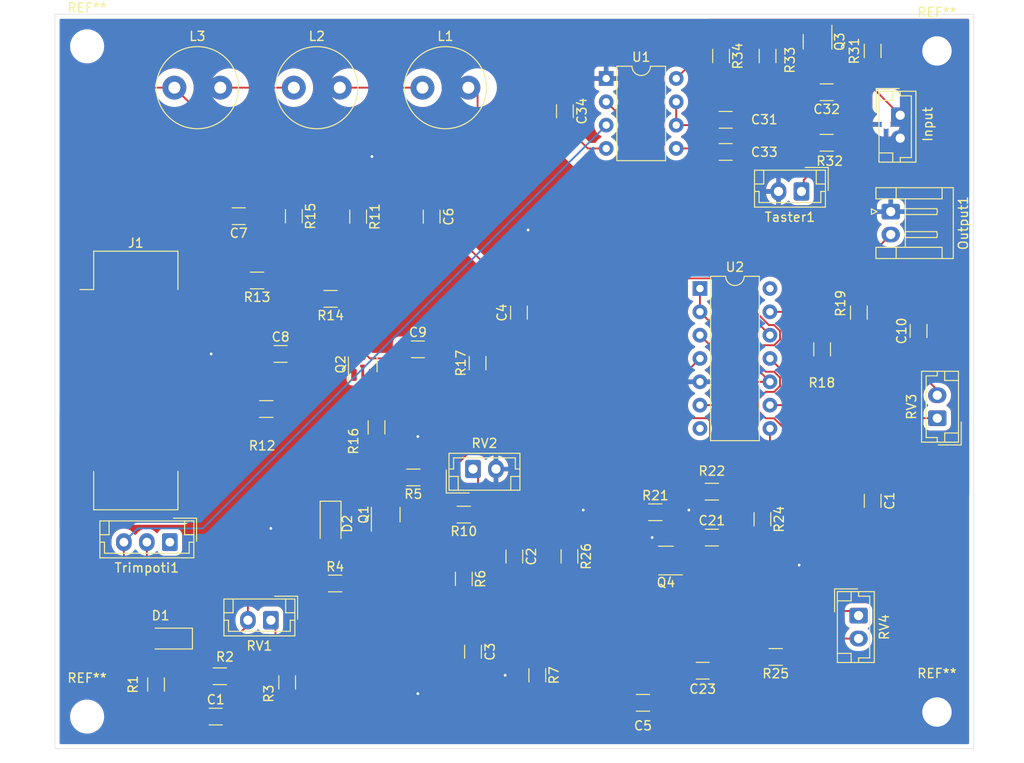
<source format=kicad_pcb>
(kicad_pcb (version 20221018) (generator pcbnew)
  (layers (0 "F.Cu" signal) (31 "B.Cu" signal) (34 "B.Paste" user) (35 "F.Paste" user) (36 "B.SilkS" user "B.Silkscreen") (37 "F.SilkS" user "F.Silkscreen") (38 "B.Mask" user) (39 "F.Mask" user) (44 "Edge.Cuts" user))
  (net 0 "")
  (net 1 "GND")
  (net 2 "Net-(D1-K)")
  (net 3 "Net-(D2-A)")
  (net 4 "Net-(U1-TR)")
  (net 5 "Net-(Q1-C)")
  (net 6 "+12V")
  (net 7 "+5V")
  (net 8 "Net-(U1-CV)")
  (net 9 "Net-(U1-DIS)")
  (net 10 "Net-(+/C15-Pad1)")
  (net 11 "Net-(C2-Pad1)")
  (net 12 "Net-(C3-Pad2)")
  (net 13 "Net-(C7-Pad2)")
  (net 14 "Net-(C16-Pad1)")
  (net 15 "Net-(C8-Pad1)")
  (net 16 "Net-(Q2-C)")
  (net 17 "Net-(D2-K)")
  (net 18 "-12V")
  (net 23 "Net-(MicrontrollerInput1-Pin_1)")
  (net 24 "Net-(Output1-Pin_2)")
  (net 25 "Net-(Q2-B)")
  (net 26 "Net-(+/R29-Pad1)")
  (net 27 "Net-(Q1-E)")
  (net 28 "Net-(C10-Pad1)")
  (net 29 "Net-(Q4-E)")
  (net 30 "Net-(U2A-+)")
  (net 31 "Net-(U2B--)")
  (net 32 "Net-(U2A--)")
  (net 33 "Net-(U2D-+)")
  (net 34 "Net-(U2D--)")
  (net 35 "Net-(U2C--)")
  (net 36 "Net-(C23-Pad1)")
  (net 37 "Net-(Q3-C)")
  (net 38 "Net-(D1-A)")
  (net 39 "Net-(L1-Pad1)")
  (net 40 "Net-(L2-Pad1)")
  (net 41 "Net-(Q2-E)")
  (net 42 "Net-(Q3-B)")
  (net 43 "Net-(R2-Pad2)")
  (net 44 "Net-(R3-Pad2)")
  (net 45 "Net-(R10-Pad1)")
  (net 46 "Net-(R25-Pad1)")
  (footprint "Connector_IDC:IDC-Header_2x08_P2.54mm_Vertical_SMD" (layer "F.Cu") (at 108.8 74.89)
    (fp_text reference "J1")
    (fp_text value "Conn_02x08_Odd_Even")
  )
  (footprint "Capacitor_SMD:C_1206_3216Metric_Pad1.33x1.80mm_HandSolder" (layer "F.Cu") (at 171.5 92)
    (fp_text reference "C21")
    (fp_text value "1u")
  )
  (footprint "Resistor_SMD:R_1206_3216Metric_Pad1.30x1.75mm_HandSolder" (layer "F.Cu") (at 117.94375 107.10625)
    (fp_text reference "R2")
    (fp_text value "1000k")
  )
  (footprint "Resistor_SMD:R_1206_3216Metric_Pad1.30x1.75mm_HandSolder" (layer "F.Cu") (at 139 85.45 180)
    (fp_text reference "R5")
    (fp_text value "470k")
  )
  (footprint "Resistor_SMD:R_1206_3216Metric_Pad1.30x1.75mm_HandSolder" (layer "F.Cu") (at 144.5 96.5 -90)
    (fp_text reference "R6")
    (fp_text value "470k")
  )
  (footprint "Capacitor_SMD:C_1206_3216Metric_Pad1.33x1.80mm_HandSolder" (layer "F.Cu") (at 184 43.5 180)
    (fp_text reference "C32")
    (fp_text value "10n")
  )
  (footprint "Capacitor_SMD:C_1206_3216Metric_Pad1.33x1.80mm_HandSolder" (layer "F.Cu") (at 173 46.5 180)
    (fp_text reference "C31")
    (fp_text value "100n")
  )
  (footprint "Resistor_SMD:R_1206_3216Metric_Pad1.30x1.75mm_HandSolder" (layer "F.Cu") (at 177.5625 39.55 -90)
    (fp_text reference "R33")
    (fp_text value "220")
  )
  (footprint "Connector_JST:JST_EH_B2B-EH-A_1x02_P2.50mm_Vertical" (layer "F.Cu") (at 123.5 101 180)
    (fp_text reference "RV1")
    (fp_text value "10k")
  )
  (footprint "Resistor_SMD:R_1206_3216Metric_Pad1.30x1.75mm_HandSolder" (layer "F.Cu") (at 133 57.05 -90)
    (fp_text reference "R11")
    (fp_text value "1.5k")
  )
  (footprint "MountingHole:MountingHole_3.2mm_M3" (layer "F.Cu") (at 103.5 111.5)
    (fp_text reference "REF**")
    (fp_text value "MountingHole_3.2mm_M3")
  )
  (footprint "Capacitor_SMD:C_1206_3216Metric_Pad1.33x1.80mm_HandSolder" (layer "F.Cu") (at 173 50 180)
    (fp_text reference "C33")
    (fp_text value "10u")
  )
  (footprint "Diode_SMD:D_1206_3216Metric_Pad1.42x1.75mm_HandSolder" (layer "F.Cu") (at 112.5 103 180)
    (fp_text reference "D1")
    (fp_text value "D")
  )
  (footprint "Diode_SMD:D_1206_3216Metric_Pad1.42x1.75mm_HandSolder" (layer "F.Cu") (at 130 90.5 -90)
    (fp_text reference "D2")
    (fp_text value "D2")
  )
  (footprint "Resistor_SMD:R_1206_3216Metric_Pad1.30x1.75mm_HandSolder" (layer "F.Cu") (at 187.5 67.5 90)
    (fp_text reference "R19")
    (fp_text value "1k")
  )
  (footprint "Resistor_SMD:R_1206_3216Metric_Pad1.30x1.75mm_HandSolder" (layer "F.Cu") (at 130.5 97)
    (fp_text reference "R4")
    (fp_text value "1000k")
  )
  (footprint "Connector_JST:JST_EH_B2B-EH-A_1x02_P2.50mm_Vertical" (layer "F.Cu") (at 192 46 -90)
    (fp_text reference "Input")
    (fp_text value "Conn_01x02_Pin")
  )
  (footprint "Resistor_SMD:R_1206_3216Metric_Pad1.30x1.75mm_HandSolder" (layer "F.Cu") (at 184 49)
    (fp_text reference "R32")
    (fp_text value "47k")
  )
  (footprint "Resistor_SMD:R_1206_3216Metric_Pad1.30x1.75mm_HandSolder" (layer "F.Cu") (at 171.5 87 180)
    (fp_text reference "R22")
    (fp_text value "100k")
  )
  (footprint "Connector_JST:JST_EH_S2B-EH_1x02_P2.50mm_Horizontal" (layer "F.Cu") (at 190.9675 56.5 -90)
    (fp_text reference "Output1")
    (fp_text value "Conn_01x02_Pin")
  )
  (footprint "Package_TO_SOT_SMD:SOT-23-3" (layer "F.Cu") (at 183 38 -90)
    (fp_text reference "Q3")
    (fp_text value "Q_NPN_BEC")
  )
  (footprint "Capacitor_SMD:C_1206_3216Metric_Pad1.33x1.80mm_HandSolder" (layer "F.Cu") (at 139.5 71.5)
    (fp_text reference "C9")
    (fp_text value "1u")
  )
  (footprint "Package_TO_SOT_SMD:SOT-23-3" (layer "F.Cu") (at 136 89.5 90)
    (fp_text reference "Q1")
    (fp_text value "Q_NPN_BEC")
  )
  (footprint "Connector_JST:JST_EH_B2B-EH-A_1x02_P2.50mm_Vertical" (layer "F.Cu") (at 145.5 84.5325)
    (fp_text reference "RV2")
    (fp_text value "10k")
  )
  (footprint "MountingHole:MountingHole_3.2mm_M3" (layer "F.Cu") (at 103.5 38.5)
    (fp_text reference "REF**")
    (fp_text value "MountingHole_3.2mm_M3")
  )
  (footprint "Resistor_SMD:R_1206_3216Metric_Pad1.30x1.75mm_HandSolder" (layer "F.Cu") (at 164 110)
    (fp_text reference "C5")
    (fp_text value "1000k")
  )
  (footprint "Resistor_SMD:R_1206_3216Metric_Pad1.30x1.75mm_HandSolder" (layer "F.Cu") (at 178.45 105 180)
    (fp_text reference "R25")
    (fp_text value "100k")
  )
  (footprint "Resistor_SMD:R_1206_3216Metric_Pad1.30x1.75mm_HandSolder" (layer "F.Cu") (at 125.275 107.775 90)
    (fp_text reference "R3")
    (fp_text value "1000k")
  )
  (footprint "Resistor_SMD:R_1206_3216Metric_Pad1.30x1.75mm_HandSolder" (layer "F.Cu") (at 172.5 39.55 -90)
    (fp_text reference "R34")
    (fp_text value "10k")
  )
  (footprint "Package_TO_SOT_SMD:SOT-23-3" (layer "F.Cu") (at 166.5 94.5 180)
    (fp_text reference "Q4")
    (fp_text value "Q_NPN_BEC")
  )
  (footprint "Inductor_THT:L_Radial_D8.7mm_P5.00mm_Fastron_07HCP" (layer "F.Cu") (at 113 43)
    (fp_text reference "L3")
    (fp_text value "100m")
  )
  (footprint "Connector_JST:JST_EH_B2B-EH-A_1x02_P2.50mm_Vertical" (layer "F.Cu") (at 196.0325 79 90)
    (fp_text reference "RV3")
    (fp_text value "50k")
  )
  (footprint "Connector_JST:JST_EH_B3B-EH-A_1x03_P2.50mm_Vertical" (layer "F.Cu") (at 112.5 92.5 180)
    (fp_text reference "Trimpoti1")
    (fp_text value "10k")
  )
  (footprint "Capacitor_SMD:C_1206_3216Metric_Pad1.33x1.80mm_HandSolder" (layer "F.Cu") (at 150 94.0625 -90)
    (fp_text reference "C2")
    (fp_text value "10n")
  )
  (footprint "Connector_JST:JST_EH_B2B-EH-A_1x02_P2.50mm_Vertical" (layer "F.Cu") (at 181.25 54.3 180)
    (fp_text reference "Taster1")
    (fp_text value "Conn_01x02_Pin")
  )
  (footprint "Resistor_SMD:R_1206_3216Metric_Pad1.30x1.75mm_HandSolder" (layer "F.Cu") (at 135 80 90)
    (fp_text reference "R16")
    (fp_text value "3k")
  )
  (footprint "Package_TO_SOT_SMD:SOT-23-3" (layer "F.Cu") (at 133.5 73.1375 90)
    (fp_text reference "Q2")
    (fp_text value "Q_NPN_BEC")
  )
  (footprint "Connector_JST:JST_EH_B2B-EH-A_1x02_P2.50mm_Vertical" (layer "F.Cu") (at 187.4675 100.5 -90)
    (fp_text reference "RV4")
    (fp_text value "10k")
  )
  (footprint "Capacitor_SMD:C_1206_3216Metric_Pad1.33x1.80mm_HandSolder" (layer "F.Cu") (at 189 88 -90)
    (fp_text reference "C1")
    (fp_text value "C")
  )
  (footprint "Package_DIP:DIP-14_W7.62mm" (layer "F.Cu") (at 170.2 64.875)
    (fp_text reference "U2")
    (fp_text value "TL074")
  )
  (footprint "Resistor_SMD:R_1206_3216Metric_Pad1.30x1.75mm_HandSolder" (layer "F.Cu") (at 189 39 90)
    (fp_text reference "R31")
    (fp_text value "10k")
  )
  (footprint "Resistor_SMD:R_1206_3216Metric_Pad1.30x1.75mm_HandSolder" (layer "F.Cu") (at 183.5 71.5 90)
    (fp_text reference "R18")
    (fp_text value "1k")
  )
  (footprint "MountingHole:MountingHole_3.2mm_M3" (layer "F.Cu") (at 196 111)
    (fp_text reference "REF**")
    (fp_text value "MountingHole_3.2mm_M3")
  )
  (footprint "Capacitor_SMD:C_1206_3216Metric_Pad1.33x1.80mm_HandSolder" (layer "F.Cu") (at 117.5 111.5)
    (fp_text reference "C1")
    (fp_text value "56n")
  )
  (footprint "Resistor_SMD:R_1206_3216Metric_Pad1.30x1.75mm_HandSolder" (layer "F.Cu") (at 123 78 180)
    (fp_text reference "R12")
    (fp_text value "3k")
  )
  (footprint "Capacitor_SMD:C_1206_3216Metric_Pad1.33x1.80mm_HandSolder" (layer "F.Cu") (at 150.5 67.5 90)
    (fp_text reference "C4")
    (fp_text value "10n")
  )
  (footprint "Resistor_SMD:R_1206_3216Metric_Pad1.30x1.75mm_HandSolder" (layer "F.Cu") (at 130 66 180)
    (fp_text reference "R14")
    (fp_text value "1000k")
  )
  (footprint "Resistor_SMD:R_1206_3216Metric_Pad1.30x1.75mm_HandSolder" (layer "F.Cu") (at 122 64 180)
    (fp_text reference "R13")
    (fp_text value "1000k")
  )
  (footprint "Capacitor_SMD:C_1206_3216Metric_Pad1.33x1.80mm_HandSolder" (layer "F.Cu") (at 124.5625 72)
    (fp_text reference "C8")
    (fp_text value "1u")
  )
  (footprint "Capacitor_SMD:C_1206_3216Metric_Pad1.33x1.80mm_HandSolder" (layer "F.Cu") (at 145.5 104.4375 -90)
    (fp_text reference "C3")
    (fp_text value "1n")
  )
  (footprint "Resistor_SMD:R_1206_3216Metric_Pad1.30x1.75mm_HandSolder" (layer "F.Cu") (at 177 90 -90)
    (fp_text reference "R24")
    (fp_text value "1k")
  )
  (footprint "Capacitor_SMD:C_1206_3216Metric_Pad1.33x1.80mm_HandSolder" (layer "F.Cu") (at 170.5 106.5 180)
    (fp_text reference "C23")
    (fp_text value "1u")
  )
  (footprint "Resistor_SMD:R_1206_3216Metric_Pad1.30x1.75mm_HandSolder" (layer "F.Cu") (at 126 57 -90)
    (fp_text reference "R15")
    (fp_text value "1.5k")
  )
  (footprint "Package_DIP:DIP-8_W7.62mm" (layer "F.Cu") (at 160 42)
    (fp_text reference "U1")
    (fp_text value "NE555P")
  )
  (footprint "Capacitor_SMD:C_1206_3216Metric_Pad1.33x1.80mm_HandSolder" (layer "F.Cu") (at 194 69.5 90)
    (fp_text reference "C10")
    (fp_text value "1u")
  )
  (footprint "Capacitor_SMD:C_1206_3216Metric_Pad1.33x1.80mm_HandSolder" (layer "F.Cu") (at 120 57 180)
    (fp_text reference "C7")
    (fp_text value "1u")
  )
  (footprint "Resistor_SMD:R_1206_3216Metric_Pad1.30x1.75mm_HandSolder" (layer "F.Cu") (at 111 108 -90)
    (fp_text reference "R1")
    (fp_text value "10k")
  )
  (footprint "Resistor_SMD:R_1206_3216Metric_Pad1.30x1.75mm_HandSolder" (layer "F.Cu") (at 156 94.05 -90)
    (fp_text reference "R26")
    (fp_text value "1k")
  )
  (footprint "Inductor_THT:L_Radial_D8.7mm_P5.00mm_Fastron_07HCP" (layer "F.Cu") (at 140 43)
    (fp_text reference "L1")
    (fp_text value "100m")
  )
  (footprint "Capacitor_SMD:C_1206_3216Metric_Pad1.33x1.80mm_HandSolder" (layer "F.Cu") (at 155.5 45.5625 -90)
    (fp_text reference "C34")
    (fp_text value "100n")
  )
  (footprint "Inductor_THT:L_Radial_D8.7mm_P5.00mm_Fastron_07HCP" (layer "F.Cu") (at 126 43)
    (fp_text reference "L2")
    (fp_text value "100m")
  )
  (footprint "Resistor_SMD:R_1206_3216Metric_Pad1.30x1.75mm_HandSolder" (layer "F.Cu") (at 152.5 107 -90)
    (fp_text reference "R7")
    (fp_text value "1000k")
  )
  (footprint "Resistor_SMD:R_1206_3216Metric_Pad1.30x1.75mm_HandSolder" (layer "F.Cu") (at 144.5 89.5 180)
    (fp_text reference "R10")
    (fp_text value "100")
  )
  (footprint "Resistor_SMD:R_1206_3216Metric_Pad1.30x1.75mm_HandSolder" (layer "F.Cu") (at 146 73 90)
    (fp_text reference "R17")
    (fp_text value "3k")
  )
  (footprint "Capacitor_SMD:C_1206_3216Metric_Pad1.33x1.80mm_HandSolder" (layer "F.Cu") (at 141 57.05 -90)
    (fp_text reference "C6")
    (fp_text value "1n")
  )
  (footprint "MountingHole:MountingHole_3.2mm_M3" (layer "F.Cu") (at 196 39)
    (fp_text reference "REF**")
    (fp_text value "MountingHole_3.2mm_M3")
  )
  (footprint "Resistor_SMD:R_1206_3216Metric_Pad1.30x1.75mm_HandSolder" (layer "F.Cu") (at 165.345 89.245)
    (fp_text reference "R21")
    (fp_text value "100k")
  )
  (gr_rect (start 100 35) (end 200 115) (stroke (width 0.05)) (fill none) (layer "Edge.Cuts"))
  (gr_text "Trigger" (at 162.5 55.5) (layer "F.Cu") (effects (font (size 1.5 1.5) (thickness 0.3) bold) (justify left bottom)))
  (gr_text "Noise\n" (at 175 98) (layer "F.Cu") (effects (font (size 1.5 1.5) (thickness 0.3) bold) (justify left bottom)))
  (via (at 123.5 91) (size 0.6) (drill 0.3) (layers "F.Cu" "B.Cu") (net 1))
  (via (at 117 72) (size 0.6) (drill 0.3) (layers "F.Cu" "B.Cu") (net 1))
  (via (at 157.5 89) (size 0.6) (drill 0.3) (layers "F.Cu" "B.Cu") (net 1))
  (via (at 181 95) (size 0.6) (drill 0.3) (layers "F.Cu" "B.Cu") (net 1))
  (via (at 165 92) (size 0.6) (drill 0.3) (layers "F.Cu" "B.Cu") (net 1))
  (via (at 169 89) (size 0.6) (drill 0.3) (layers "F.Cu" "B.Cu") (net 1))
  (via (at 139.5 109) (size 0.6) (drill 0.3) (layers "F.Cu" "B.Cu") (net 1))
  (via (at 151.5 58.5) (size 0.6) (drill 0.3) (layers "F.Cu" "B.Cu") (net 1))
  (via (at 149 107) (size 0.6) (drill 0.3) (layers "F.Cu" "B.Cu") (net 1))
  (via (at 134.5 50.5) (size 0.6) (drill 0.3) (layers "F.Cu" "B.Cu") (net 1))
  (via (at 139.5 81) (size 0.6) (drill 0.3) (layers "F.Cu" "B.Cu") (net 1))
  (segment (start 113.9875 105.4875) (end 115.60625 107.10625) (width 0.2) (layer "F.Cu") (net 2))
  (segment (start 110 99.0125) (end 110 92.5) (width 0.2) (layer "F.Cu") (net 2))
  (segment (start 115.60625 107.10625) (end 116.39375 107.10625) (width 0.2) (layer "F.Cu") (net 2))
  (segment (start 113.9875 103) (end 113.9875 105.4875) (width 0.2) (layer "F.Cu") (net 2))
  (segment (start 113.9875 103) (end 110 99.0125) (width 0.2) (layer "F.Cu") (net 2))
  (segment (start 116.39375 107.10625) (end 115.60625 107.89375) (width 0.2) (layer "F.Cu") (net 2))
  (segment (start 115.60625 107.89375) (end 115.60625 111.38125) (width 0.2) (layer "F.Cu") (net 2))
  (segment (start 133.05 98) (end 132.05 97) (width 0.2) (layer "F.Cu") (net 3))
  (segment (start 147.875 95.625) (end 147 96.5) (width 0.2) (layer "F.Cu") (net 3))
  (segment (start 150 95.625) (end 147.875 95.625) (width 0.2) (layer "F.Cu") (net 3))
  (segment (start 147 96.5) (end 139.565686 96.5) (width 0.2) (layer "F.Cu") (net 3))
  (segment (start 132.05 97) (end 132.05 94.0375) (width 0.2) (layer "F.Cu") (net 3))
  (segment (start 138 98) (end 133.05 98) (width 0.2) (layer "F.Cu") (net 3))
  (segment (start 139.15 96.85) (end 138 98) (width 0.2) (layer "F.Cu") (net 3))
  (segment (start 139.215686 96.85) (end 139.15 96.85) (width 0.2) (layer "F.Cu") (net 3))
  (segment (start 132.05 94.0375) (end 130 91.9875) (width 0.2) (layer "F.Cu") (net 3))
  (segment (start 139.565686 96.5) (end 139.215686 96.85) (width 0.2) (layer "F.Cu") (net 3))
  (segment (start 182.45 49) (end 182.45 43.5125) (width 0.2) (layer "F.Cu") (net 4))
  (segment (start 182.4375 43.5) (end 179.9625 43.5) (width 0.2) (layer "F.Cu") (net 4))
  (segment (start 160 44.54) (end 167.46 52) (width 0.2) (layer "F.Cu") (net 4))
  (segment (start 182.45 43.5125) (end 182.4375 43.5) (width 0.2) (layer "F.Cu") (net 4))
  (segment (start 167.46 52) (end 179.45 52) (width 0.2) (layer "F.Cu") (net 4))
  (segment (start 179.45 52) (end 182.45 49) (width 0.2) (layer "F.Cu") (net 4))
  (segment (start 179.9625 43.5) (end 177.5625 41.1) (width 0.2) (layer "F.Cu") (net 4))
  (segment (start 143.175 58.6125) (end 150.5 65.9375) (width 0.2) (layer "F.Cu") (net 5))
  (segment (start 141 58.6125) (end 140.9875 58.6) (width 0.2) (layer "F.Cu") (net 5))
  (segment (start 148 67.5) (end 149.5625 65.9375) (width 0.2) (layer "F.Cu") (net 5))
  (segment (start 141 58.6125) (end 143.175 58.6125) (width 0.2) (layer "F.Cu") (net 5))
  (segment (start 129.5 57) (end 121.5625 57) (width 0.2) (layer "F.Cu") (net 5))
  (segment (start 149.5625 65.9375) (end 150.5 65.9375) (width 0.2) (layer "F.Cu") (net 5))
  (segment (start 139.984314 85.45) (end 137.071814 88.3625) (width 0.2) (layer "F.Cu") (net 5))
  (segment (start 140.9875 58.6) (end 133 58.6) (width 0.2) (layer "F.Cu") (net 5))
  (segment (start 146 53.6125) (end 146 43) (width 0.2) (layer "F.Cu") (net 5))
  (segment (start 140.55 85.45) (end 148 78) (width 0.2) (layer "F.Cu") (net 5))
  (segment (start 140.55 85.45) (end 139.984314 85.45) (width 0.2) (layer "F.Cu") (net 5))
  (segment (start 148 78) (end 148 67.5) (width 0.2) (layer "F.Cu") (net 5))
  (segment (start 131.1 58.6) (end 129.5 57) (width 0.2) (layer "F.Cu") (net 5))
  (segment (start 133 58.6) (end 131.1 58.6) (width 0.2) (layer "F.Cu") (net 5))
  (segment (start 141 58.6125) (end 146 53.6125) (width 0.2) (layer "F.Cu") (net 5))
  (segment (start 137.071814 88.3625) (end 136 88.3625) (width 0.2) (layer "F.Cu") (net 5))
  (segment (start 182.487869 88.922183) (end 186.577817 88.922183) (width 0.2) (layer "F.Cu") (net 6))
  (segment (start 177.364365 76.135) (end 176.5 76.999365) (width 0.2) (layer "F.Cu") (net 6))
  (segment (start 176.445 71.055) (end 176.445 73.015635) (width 0.2) (layer "F.Cu") (net 6))
  (segment (start 178.275635 79.015) (end 182.15 82.889365) (width 0.2) (layer "F.Cu") (net 6))
  (segment (start 171 79) (end 169 79) (width 0.2) (layer "F.Cu") (net 6))
  (segment (start 182.15 82.889365) (end 182.15 88.584314) (width 0.2) (layer "F.Cu") (net 6))
  (segment (start 141 55.4875) (end 143 53.4875) (width 0.2) (layer "F.Cu") (net 6))
  (segment (start 149 39.5) (end 150 40.5) (width 0.2) (layer "F.Cu") (net 6))
  (segment (start 144.5 39.5) (end 149 39.5) (width 0.2) (layer "F.Cu") (net 6))
  (segment (start 176.5 78.150635) (end 177.364365 79.015) (width 0.2) (layer "F.Cu") (net 6))
  (segment (start 105 76.16) (end 102.16 76.16) (width 0.2) (layer "F.Cu") (net 6))
  (segment (start 133 55.5) (end 126.05 55.5) (width 0.2) (layer "F.Cu") (net 6))
  (segment (start 178.92 70.410635) (end 178.275635 71.055) (width 0.2) (layer "F.Cu") (net 6))
  (segment (start 186.577817 88.922183) (end 187.5 88) (width 0.2) (layer "F.Cu") (net 6))
  (segment (start 168.312994 57.812994) (end 176 65.5) (width 0.2) (layer "F.Cu") (net 6))
  (segment (start 178.92 69.499365) (end 178.92 70.410635) (width 0.2) (layer "F.Cu") (net 6))
  (segment (start 176 65.5) (end 176 67.150635) (width 0.2) (layer "F.Cu") (net 6))
  (segment (start 182.15 88.584314) (end 182.487869 88.922183) (width 0.2) (layer "F.Cu") (net 6))
  (segment (start 150 52.5) (end 155.312994 57.812994) (width 0.2) (layer "F.Cu") (net 6))
  (segment (start 177.704365 68.855) (end 178.275635 68.855) (width 0.2) (layer "F.Cu") (net 6))
  (segment (start 143 41) (end 144.5 39.5) (width 0.2) (layer "F.Cu") (net 6))
  (segment (start 163.795 89.245) (end 171.3 81.74) (width 0.2) (layer "F.Cu") (net 6))
  (segment (start 126.05 55.5) (end 126 55.45) (width 0.2) (layer "F.Cu") (net 6))
  (segment (start 133.0125 55.4875) (end 133 55.5) (width 0.2) (layer "F.Cu") (net 6))
  (segment (start 170 103.5) (end 163 96.5) (width 0.2) (layer "F.Cu") (net 6))
  (segment (start 190 103.5) (end 188.5 105) (width 0.2) (layer "F.Cu") (net 6))
  (segment (start 178.5 103.597183) (end 178.402817 103.5) (width 0.2) (layer "F.Cu") (net 6))
  (segment (start 155.312994 57.812994) (end 168.312994 57.812994) (width 0.2) (layer "F.Cu") (net 6))
  (segment (start 191 88.5) (end 191 101.218846) (width 0.2) (layer "F.Cu") (net 6))
  (segment (start 113 43) (end 106 43) (width 0.2) (layer "F.Cu") (net 6))
  (segment (start 125.45 55.45) (end 113 43) (width 0.2) (layer "F.Cu") (net 6))
  (segment (start 171.3 81.74) (end 171.3 79.3) (width 0.2) (layer "F.Cu") (net 6))
  (segment (start 101.5 75.5) (end 101.5 47.5) (width 0.2) (layer "F.Cu") (net 6))
  (segment (start 169 79) (end 168 78) (width 0.2) (layer "F.Cu") (net 6))
  (segment (start 182.5 105) (end 180.5 107) (width 0.2) (layer "F.Cu") (net 6))
  (segment (start 168 74.695) (end 170.2 72.495) (width 0.2) (layer "F.Cu") (net 6))
  (segment (start 163 96.5) (end 163 90.04) (width 0.2) (layer "F.Cu") (net 6))
  (segment (start 177.364365 73.935) (end 178.275635 73.935) (width 0.2) (layer "F.Cu") (net 6))
  (segment (start 178.402817 103.5) (end 170 103.5) (width 0.2) (layer "F.Cu") (net 6))
  (segment (start 177.364365 79.015) (end 178.275635 79.015) (width 0.2) (layer "F.Cu") (net 6))
  (segment (start 180.5 107) (end 179.5 107) (width 0.2) (layer "F.Cu") (net 6))
  (segment (start 112.6 76.16) (end 105 76.16) (width 0.2) (layer "F.Cu") (net 6))
  (segment (start 143 53.4875) (end 143 41) (width 0.2) (layer "F.Cu") (net 6))
  (segment (start 176.5 76.999365) (end 176.5 78.150635) (width 0.2) (layer "F.Cu") (net 6))
  (segment (start 102.16 76.16) (end 101.5 75.5) (width 0.2) (layer "F.Cu") (net 6))
  (segment (start 187.5 88) (end 190.5 88) (width 0.2) (layer "F.Cu") (net 6))
  (segment (start 176.445 73.015635) (end 177.364365 73.935) (width 0.2) (layer "F.Cu") (net 6))
  (segment (start 179.5 107) (end 178.5 106) (width 0.2) (layer "F.Cu") (net 6))
  (segment (start 178.275635 68.855) (end 178.92 69.499365) (width 0.2) (layer "F.Cu") (net 6))
  (segment (start 168 78) (end 168 74.695) (width 0.2) (layer "F.Cu") (net 6))
  (segment (start 191 101.218846) (end 190 102.218846) (width 0.2) (layer "F.Cu") (net 6))
  (segment (start 178.92 75.490635) (end 178.275635 76.135) (width 0.2) (layer "F.Cu") (net 6))
  (segment (start 190.5 88) (end 191 88.5) (width 0.2) (layer "F.Cu") (net 6))
  (segment (start 190 102.218846) (end 190 103.5) (width 0.2) (layer "F.Cu") (net 6))
  (segment (start 188.5 105) (end 182.5 105) (width 0.2) (layer "F.Cu") (net 6))
  (segment (start 178.5 106) (end 178.5 103.597183) (width 0.2) (layer "F.Cu") (net 6))
  (segment (start 178.92 74.579365) (end 178.92 75.490635) (width 0.2) (layer "F.Cu") (net 6))
  (segment (start 163 90.04) (end 163.795 89.245) (width 0.2) (layer "F.Cu") (net 6))
  (segment (start 178.275635 76.135) (end 177.364365 76.135) (width 0.2) (layer "F.Cu") (net 6))
  (segment (start 141 55.4875) (end 133.0125 55.4875) (width 0.2) (layer "F.Cu") (net 6))
  (segment (start 150 40.5) (end 150 52.5) (width 0.2) (layer "F.Cu") (net 6))
  (segment (start 176 67.150635) (end 177.704365 68.855) (width 0.2) (layer "F.Cu") (net 6))
  (segment (start 171.3 79.3) (end 171 79) (width 0.2) (layer "F.Cu") (net 6))
  (segment (start 126 55.45) (end 125.45 55.45) (width 0.2) (layer "F.Cu") (net 6))
  (segment (start 101.5 47.5) (end 106 43) (width 0.2) (layer "F.Cu") (net 6))
  (segment (start 178.275635 71.055) (end 176.445 71.055) (width 0.2) (layer "F.Cu") (net 6))
  (segment (start 178.275635 73.935) (end 178.92 74.579365) (width 0.2) (layer "F.Cu") (net 6))
  (segment (start 172.5 38) (end 171.62 38) (width 0.2) (layer "F.Cu") (net 7))
  (segment (start 152 43.625) (end 152 36) (width 0.2) (layer "F.Cu") (net 7))
  (segment (start 101 78) (end 101 46.5) (width 0.2) (layer "F.Cu") (net 7))
  (segment (start 171.62 38) (end 167.62 42) (width 0.2) (layer "F.Cu") (net 7))
  (segment (start 155.5 47.125) (end 152 43.625) (width 0.2) (layer "F.Cu") (net 7))
  (segment (start 105 78.7) (end 112.6 78.7) (width 0.2) (layer "F.Cu") (net 7))
  (segment (start 160 49.62) (end 157.995 49.62) (width 0.2) (layer "F.Cu") (net 7))
  (segment (start 152 36) (end 170.5 36) (width 0.2) (layer "F.Cu") (net 7))
  (segment (start 157.995 49.62) (end 155.5 47.125) (width 0.2) (layer "F.Cu") (net 7))
  (segment (start 101 46.5) (end 111.5 36) (width 0.2) (layer "F.Cu") (net 7))
  (segment (start 111.5 36) (end 152 36) (width 0.2) (layer "F.Cu") (net 7))
  (segment (start 101.7 78.7) (end 101 78) (width 0.2) (layer "F.Cu") (net 7))
  (segment (start 105 78.7) (end 101.7 78.7) (width 0.2) (layer "F.Cu") (net 7))
  (segment (start 177.5625 38) (end 172.5 38) (width 0.2) (layer "F.Cu") (net 7))
  (segment (start 172.5 38) (end 170.5 36) (width 0.2) (layer "F.Cu") (net 7))
  (segment (start 171.4375 50) (end 171.0575 49.62) (width 0.2) (layer "F.Cu") (net 8))
  (segment (start 171.0575 49.62) (end 167.62 49.62) (width 0.2) (layer "F.Cu") (net 8))
  (segment (start 172.5 45.4375) (end 171.4375 46.5) (width 0.2) (layer "F.Cu") (net 9))
  (segment (start 170.8575 47.08) (end 167.62 47.08) (width 0.2) (layer "F.Cu") (net 9))
  (segment (start 167.62 47.08) (end 167.62 44.54) (width 0.2) (layer "F.Cu") (net 9))
  (segment (start 171.4375 46.5) (end 170.8575 47.08) (width 0.2) (layer "F.Cu") (net 9))
  (segment (start 172.5 41.55) (end 172.5 45.4375) (width 0.2) (layer "F.Cu") (net 9))
  (segment (start 136 99.55) (end 141.1125 99.55) (width 0.2) (layer "F.Cu") (net 11))
  (segment (start 163.5 113.5) (end 130 113.5) (width 0.2) (layer "F.Cu") (net 11))
  (segment (start 150.5 69.0625) (end 151.0625 69.0625) (width 0.2) (layer "F.Cu") (net 11))
  (segment (start 134.45 99.55) (end 136 99.55) (width 0.2) (layer "F.Cu") (net 11))
  (segment (start 151.0625 69.0625) (end 154 72) (width 0.2) (layer "F.Cu") (net 11))
  (segment (start 164 106.5) (end 164 113) (width 0.2) (layer "F.Cu") (net 11))
  (segment (start 168.9375 106.5) (end 164.9375 106.5) (width 0.2) (layer "F.Cu") (net 11))
  (segment (start 154 90.5) (end 156 92.5) (width 0.2) (layer "F.Cu") (net 11))
  (segment (start 145.0625 102.4375) (end 145.5 102.875) (width 0.2) (layer "F.Cu") (net 11))
  (segment (start 164.9375 106.5) (end 164 106.5) (width 0.2) (layer "F.Cu") (net 11))
  (segment (start 156 92.5) (end 150 92.5) (width 0.2) (layer "F.Cu") (net 11))
  (segment (start 130 113.5) (end 130 104) (width 0.2) (layer "F.Cu") (net 11))
  (segment (start 150 92.5) (end 164 106.5) (width 0.2) (layer "F.Cu") (net 11))
  (segment (start 141.1125 99.55) (end 144 102.4375) (width 0.2) (layer "F.Cu") (net 11))
  (segment (start 144 102.4375) (end 145.0625 102.4375) (width 0.2) (layer "F.Cu") (net 11))
  (segment (start 154 72) (end 154 90.5) (width 0.2) (layer "F.Cu") (net 11))
  (segment (start 130 104) (end 134.45 99.55) (width 0.2) (layer "F.Cu") (net 11))
  (segment (start 164 113) (end 163.5 113.5) (width 0.2) (layer "F.Cu") (net 11))
  (segment (start 162.45 110) (end 162.45 109.4) (width 0.2) (layer "F.Cu") (net 12))
  (segment (start 152.5 105.45) (end 145.1 98.05) (width 0.2) (layer "F.Cu") (net 12))
  (segment (start 145.5 106) (end 151.95 106) (width 0.2) (layer "F.Cu") (net 12))
  (segment (start 145.1 98.05) (end 144.5 98.05) (width 0.2) (layer "F.Cu") (net 12))
  (segment (start 158.5 105.45) (end 152.5 105.45) (width 0.2) (layer "F.Cu") (net 12))
  (segment (start 162.45 109.4) (end 158.5 105.45) (width 0.2) (layer "F.Cu") (net 12))
  (segment (start 151.95 106) (end 152.5 105.45) (width 0.2) (layer "F.Cu") (net 12))
  (segment (start 120.45 77) (end 121.45 78) (width 0.2) (layer "F.Cu") (net 13))
  (segment (start 120.45 64) (end 120.45 77) (width 0.2) (layer "F.Cu") (net 13))
  (segment (start 118.4375 57) (end 118.4375 61.9875) (width 0.2) (layer "F.Cu") (net 13))
  (segment (start 118.4375 61.9875) (end 120.45 64) (width 0.2) (layer "F.Cu") (net 13))
  (segment (start 123.55 71.45) (end 123 72) (width 0.2) (layer "F.Cu") (net 15))
  (segment (start 123.55 64) (end 123.55 71.45) (width 0.2) (layer "F.Cu") (net 15))
  (segment (start 131.55 66) (end 131.55 69.7625) (width 0.2) (layer "F.Cu") (net 16))
  (segment (start 136.95 72.4875) (end 137.9375 71.5) (width 0.2) (layer "F.Cu") (net 16))
  (segment (start 131.55 69.7625) (end 134.275 72.4875) (width 0.2) (layer "F.Cu") (net 16))
  (segment (start 131.55 66) (end 131.55 64.1) (width 0.2) (layer "F.Cu") (net 16))
  (segment (start 134.275 72.4875) (end 136.95 72.4875) (width 0.2) (layer "F.Cu") (net 16))
  (segment (start 131.55 64.1) (end 126 58.55) (width 0.2) (layer "F.Cu") (net 16))
  (segment (start 130.9875 90) (end 130 89.0125) (width 0.2) (layer "F.Cu") (net 17))
  (segment (start 136 96.45) (end 134.3625 94.8125) (width 0.2) (layer "F.Cu") (net 17))
  (segment (start 135.05 90.6375) (end 134.725 90.6375) (width 0.2) (layer "F.Cu") (net 17))
  (segment (start 136 96.45) (end 139.05 96.45) (width 0.2) (layer "F.Cu") (net 17))
  (segment (start 144.45 95) (end 144.5 94.95) (width 0.2) (layer "F.Cu") (net 17))
  (segment (start 134.3625 88.5375) (end 137.45 85.45) (width 0.2) (layer "F.Cu") (net 17))
  (segment (start 134.725 90.6375) (end 134.3625 91) (width 0.2) (layer "F.Cu") (net 17))
  (segment (start 134.3625 94.8125) (end 134.3625 91) (width 0.2) (layer "F.Cu") (net 17))
  (segment (start 134.3625 90) (end 134.3625 88.5375) (width 0.2) (layer "F.Cu") (net 17))
  (segment (start 139.05 96.45) (end 140.5 95) (width 0.2) (layer "F.Cu") (net 17))
  (segment (start 140.5 95) (end 144.45 95) (width 0.2) (layer "F.Cu") (net 17))
  (segment (start 134.3625 91) (end 134.3625 90) (width 0.2) (layer "F.Cu") (net 17))
  (segment (start 134.3625 90) (end 130.9875 90) (width 0.2) (layer "F.Cu") (net 17))
  (segment (start 186 76.5) (end 187.5 76.5) (width 0.2) (layer "F.Cu") (net 18))
  (segment (start 101 91.5) (end 102.5 90) (width 0.2) (layer "F.Cu") (net 18))
  (segment (start 107 109) (end 103.5 105.5) (width 0.2) (layer "F.Cu") (net 18))
  (segment (start 199 88) (end 199 100) (width 0.2) (layer "F.Cu") (net 18))
  (segment (start 103.5 105.5) (end 101 105.5) (width 0.2) (layer "F.Cu") (net 18))
  (segment (start 119 70) (end 115 66) (width 0.2) (layer "F.Cu") (net 18))
  (segment (start 102.5 90) (end 114 90) (width 0.2) (layer "F.Cu") (net 18))
  (segment (start 199 100) (end 185 114) (width 0.2) (layer "F.Cu") (net 18))
  (segment (start 105 66) (end 112.6 66) (width 0.2) (layer "F.Cu") (net 18))
  (segment (start 101 105.5) (end 101 91.5) (width 0.2) (layer "F.Cu") (net 18))
  (segment (start 115 66) (end 112.6 66) (width 0.2) (layer "F.Cu") (net 18))
  (segment (start 177.82 72.495) (end 181.325 76) (width 0.2) (layer "F.Cu") (net 18))
  (segment (start 181.325 76) (end 185.5 76) (width 0.2) (layer "F.Cu") (net 18))
  (segment (start 114 90) (end 119 85) (width 0.2) (layer "F.Cu") (net 18))
  (segment (start 185.5 76) (end 186 76.5) (width 0.2) (layer "F.Cu") (net 18))
  (segment (start 119 85) (end 119 70) (width 0.2) (layer "F.Cu") (net 18))
  (segment (start 187.5 76.5) (end 199 88) (width 0.2) (layer "F.Cu") (net 18))
  (segment (start 107.5 114) (end 107.5 109) (width 0.2) (layer "F.Cu") (net 18))
  (segment (start 107.5 109) (end 107 109) (width 0.2) (layer "F.Cu") (net 18))
  (segment (start 185 114) (end 107.5 114) (width 0.2) (layer "F.Cu") (net 18))
  (segment (start 189 40.55) (end 189 43) (width 0.2) (layer "F.Cu") (net 23))
  (segment (start 189 43) (end 192 46) (width 0.2) (layer "F.Cu") (net 23))
  (segment (start 189 60.9675) (end 189 64) (width 0.2) (layer "F.Cu") (net 24))
  (segment (start 190.9675 59) (end 189 60.9675) (width 0.2) (layer "F.Cu") (net 24))
  (segment (start 192.9375 67.9375) (end 189 64) (width 0.2) (layer "F.Cu") (net 24))
  (segment (start 189 64) (end 189 68) (width 0.2) (layer "F.Cu") (net 24))
  (segment (start 194 67.9375) (end 192.9375 67.9375) (width 0.2) (layer "F.Cu") (net 24))
  (segment (start 189 68) (end 187.95 69.05) (width 0.2) (layer "F.Cu") (net 24))
  (segment (start 187.95 69.05) (end 187.5 69.05) (width 0.2) (layer "F.Cu") (net 24))
  (segment (start 126.125 72) (end 126.125 68.325) (width 0.2) (layer "F.Cu") (net 25))
  (segment (start 132.55 74.275) (end 131.7125 73.4375) (width 0.2) (layer "F.Cu") (net 25))
  (segment (start 126.125 68.325) (end 128.45 66) (width 0.2) (layer "F.Cu") (net 25))
  (segment (start 131.7125 73.4375) (end 127.5625 73.4375) (width 0.2) (layer "F.Cu") (net 25))
  (segment (start 127.5625 73.4375) (end 126.125 72) (width 0.2) (layer "F.Cu") (net 25))
  (segment (start 182 90) (end 181 89) (width 0.2) (layer "F.Cu") (net 26))
  (segment (start 188.5625 90) (end 182 90) (width 0.2) (layer "F.Cu") (net 26))
  (segment (start 181 89) (end 181 87.4675) (width 0.2) (layer "F.Cu") (net 26))
  (segment (start 177.82 80.115) (end 177.82 84.2875) (width 0.2) (layer "F.Cu") (net 26))
  (segment (start 177.82 84.2875) (end 181 87.4675) (width 0.2) (layer "F.Cu") (net 26))
  (segment (start 189 89.5625) (end 188.5625 90) (width 0.2) (layer "F.Cu") (net 26))
  (segment (start 141.8125 90.6375) (end 142.95 89.5) (width 0.2) (layer "F.Cu") (net 27))
  (segment (start 136.95 90.6375) (end 141.8125 90.6375) (width 0.2) (layer "F.Cu") (net 27))
  (segment (start 194 71.0625) (end 194 73.901815) (width 0.2) (layer "F.Cu") (net 28))
  (segment (start 194 73.901815) (end 196.315343 76.217158) (width 0.2) (layer "F.Cu") (net 28))
  (segment (start 168.3875 93.55) (end 169.9375 92) (width 0.2) (layer "F.Cu") (net 29))
  (segment (start 169.7825 92) (end 169.65 92) (width 0.2) (layer "F.Cu") (net 29))
  (segment (start 167.6375 93.55) (end 168.3875 93.55) (width 0.2) (layer "F.Cu") (net 29))
  (segment (start 169.65 92) (end 166.895 89.245) (width 0.2) (layer "F.Cu") (net 29))
  (segment (start 173.05 91.9875) (end 173.05 87) (width 0.2) (layer "F.Cu") (net 30))
  (segment (start 173.0625 92) (end 173.05 91.9875) (width 0.2) (layer "F.Cu") (net 30))
  (segment (start 173.05 72.805) (end 170.2 69.955) (width 0.2) (layer "F.Cu") (net 30))
  (segment (start 173.05 87) (end 173.05 72.805) (width 0.2) (layer "F.Cu") (net 30))
  (segment (start 173 95.55) (end 173 96) (width 0.2) (layer "F.Cu") (net 31))
  (segment (start 186.9675 100) (end 173 100) (width 0.2) (layer "F.Cu") (net 31))
  (segment (start 171.5 94) (end 173 95.5) (width 0.2) (layer "F.Cu") (net 31))
  (segment (start 173 95.5) (end 173 96) (width 0.2) (layer "F.Cu") (net 31))
  (segment (start 173 96) (end 173 100) (width 0.2) (layer "F.Cu") (net 31))
  (segment (start 171.575 77.575) (end 172 78) (width 0.2) (layer "F.Cu") (net 31))
  (segment (start 187.4675 100.5) (end 186.9675 100) (width 0.2) (layer "F.Cu") (net 31))
  (segment (start 172 85.4) (end 171.5 85.9) (width 0.2) (layer "F.Cu") (net 31))
  (segment (start 171.5 85.9) (end 171.5 94) (width 0.2) (layer "F.Cu") (net 31))
  (segment (start 172 78) (end 172 85.4) (width 0.2) (layer "F.Cu") (net 31))
  (segment (start 177 91.55) (end 173 95.55) (width 0.2) (layer "F.Cu") (net 31))
  (segment (start 170.2 77.575) (end 171.575 77.575) (width 0.2) (layer "F.Cu") (net 31))
  (segment (start 170.2 67.415) (end 170.2 64.875) (width 0.2) (layer "F.Cu") (net 32))
  (segment (start 177 88.45) (end 175 86.45) (width 0.2) (layer "F.Cu") (net 32))
  (segment (start 175 86.45) (end 175 76) (width 0.2) (layer "F.Cu") (net 32))
  (segment (start 175 76) (end 175.965 75.035) (width 0.2) (layer "F.Cu") (net 32))
  (segment (start 177.82 75.035) (end 170.2 67.415) (width 0.2) (layer "F.Cu") (net 32))
  (segment (start 175.965 75.035) (end 177.82 75.035) (width 0.2) (layer "F.Cu") (net 32))
  (segment (start 149.622183 68.1) (end 149.3 68.422183) (width 0.2) (layer "F.Cu") (net 33))
  (segment (start 171.64 63.775) (end 160.725 63.775) (width 0.2) (layer "F.Cu") (net 33))
  (segment (start 151.2 94.984683) (end 151.2 96.265317) (width 0.2) (layer "F.Cu") (net 33))
  (segment (start 177.82 69.955) (end 171.64 63.775) (width 0.2) (layer "F.Cu") (net 33))
  (segment (start 156.4 68.1) (end 149.622183 68.1) (width 0.2) (layer "F.Cu") (net 33))
  (segment (start 147.300369 92.840686) (end 149.122183 94.6625) (width 0.2) (layer "F.Cu") (net 33))
  (segment (start 151.2 96.265317) (end 150.565317 96.9) (width 0.2) (layer "F.Cu") (net 33))
  (segment (start 160.725 63.775) (end 156.4 68.1) (width 0.2) (layer "F.Cu") (net 33))
  (segment (start 149.122183 94.6625) (end 150.877817 94.6625) (width 0.2) (layer "F.Cu") (net 33))
  (segment (start 149.3 68.422183) (end 149.3 78.502817) (width 0.2) (layer "F.Cu") (net 33))
  (segment (start 134.225 84.275) (end 140 78.5) (width 0.2) (layer "F.Cu") (net 33))
  (segment (start 137 89) (end 137 89.111396) (width 0.2) (layer "F.Cu") (net 33))
  (segment (start 150.565317 96.9) (end 139.731372 96.9) (width 0.2) (layer "F.Cu") (net 33))
  (segment (start 140 72.5625) (end 141.0625 71.5) (width 0.2) (layer "F.Cu") (net 33))
  (segment (start 136 90.111396) (end 136 92.840686) (width 0.2) (layer "F.Cu") (net 33))
  (segment (start 149.3 78.502817) (end 141.177817 86.625) (width 0.2) (layer "F.Cu") (net 33))
  (segment (start 139.375 86.625) (end 137 89) (width 0.2) (layer "F.Cu") (net 33))
  (segment (start 140 78.5) (end 140 72.5625) (width 0.2) (layer "F.Cu") (net 33))
  (segment (start 132.872183 84.275) (end 134.225 84.275) (width 0.2) (layer "F.Cu") (net 33))
  (segment (start 128.825 93.872183) (end 128.825 88.322183) (width 0.2) (layer "F.Cu") (net 33))
  (segment (start 141.177817 86.625) (end 139.375 86.625) (width 0.2) (layer "F.Cu") (net 33))
  (segment (start 131.1 97.852817) (end 131.1 96.147183) (width 0.2) (layer "F.Cu") (net 33))
  (segment (start 131.1 96.147183) (end 128.825 93.872183) (width 0.2) (layer "F.Cu") (net 33))
  (segment (start 137 89.111396) (end 136 90.111396) (width 0.2) (layer "F.Cu") (net 33))
  (segment (start 141.1125 71.45) (end 146 71.45) (width 0.2) (layer "F.Cu") (net 33))
  (segment (start 128.825 88.322183) (end 132.872183 84.275) (width 0.2) (layer "F.Cu") (net 33))
  (segment (start 141.0625 71.5) (end 141.1125 71.45) (width 0.2) (layer "F.Cu") (net 33))
  (segment (start 136 92.840686) (end 147.300369 92.840686) (width 0.2) (layer "F.Cu") (net 33))
  (segment (start 150.877817 94.6625) (end 151.2 94.984683) (width 0.2) (layer "F.Cu") (net 33))
  (segment (start 138.231372 98.4) (end 131.647183 98.4) (width 0.2) (layer "F.Cu") (net 33))
  (segment (start 139.731372 96.9) (end 138.231372 98.4) (width 0.2) (layer "F.Cu") (net 33))
  (segment (start 131.647183 98.4) (end 131.1 97.852817) (width 0.2) (layer "F.Cu") (net 33))
  (segment (start 183.95 69.95) (end 183.5 69.95) (width 0.2) (layer "F.Cu") (net 34))
  (segment (start 193 79) (end 183.95 69.95) (width 0.2) (layer "F.Cu") (net 34))
  (segment (start 180.965 67.415) (end 177.82 67.415) (width 0.2) (layer "F.Cu") (net 34))
  (segment (start 183.5 69.95) (end 180.965 67.415) (width 0.2) (layer "F.Cu") (net 34))
  (segment (start 196.0325 79) (end 193 79) (width 0.2) (layer "F.Cu") (net 34))
  (segment (start 180.575 77.575) (end 177.82 77.575) (width 0.2) (layer "F.Cu") (net 35))
  (segment (start 189 85.5) (end 181.5 78) (width 0.2) (layer "F.Cu") (net 35))
  (segment (start 189 86.4375) (end 189 85.5) (width 0.2) (layer "F.Cu") (net 35))
  (segment (start 181 78) (end 180.575 77.575) (width 0.2) (layer "F.Cu") (net 35))
  (segment (start 181.5 78) (end 181 78) (width 0.2) (layer "F.Cu") (net 35))
  (segment (start 173.5625 105) (end 172.0625 106.5) (width 0.2) (layer "F.Cu") (net 36))
  (segment (start 176.9 105) (end 173.5625 105) (width 0.2) (layer "F.Cu") (net 36))
  (segment (start 185.5625 41.0625) (end 185 40.5) (width 0.2) (layer "F.Cu") (net 37))
  (segment (start 185.5625 43.5) (end 185.5625 48.9875) (width 0.2) (layer "F.Cu") (net 37))
  (segment (start 185.55 49) (end 181.5 53.05) (width 0.2) (layer "F.Cu") (net 37))
  (segment (start 185.5625 48.9875) (end 185.55 49) (width 0.2) (layer "F.Cu") (net 37))
  (segment (start 185.5625 43.5) (end 185.5625 41.0625) (width 0.2) (layer "F.Cu") (net 37))
  (segment (start 181.5 53.05) (end 181.5 54.4675) (width 0.2) (layer "F.Cu") (net 37))
  (segment (start 184.3625 40.5) (end 185 40.5) (width 0.2) (layer "F.Cu") (net 37))
  (segment (start 183 39.1375) (end 184.3625 40.5) (width 0.2) (layer "F.Cu") (net 37))
  (segment (start 111.0125 103) (end 111 103.0125) (width 0.2) (layer "F.Cu") (net 38))
  (segment (start 107.5 99.4875) (end 107.5 92.5) (width 0.2) (layer "F.Cu") (net 38))
  (segment (start 111.0125 103) (end 107.5 99.4875) (width 0.2) (layer "F.Cu") (net 38))
  (segment (start 111 103.0125) (end 111 106.45) (width 0.2) (layer "F.Cu") (net 38))
  (segment (start 160 47.08) (end 160 47.102817) (width 0.2) (layer "B.Cu") (net 38))
  (segment (start 116.102817 91) (end 109 91) (width 0.2) (layer "B.Cu") (net 38))
  (segment (start 109 91) (end 107.5 92.5) (width 0.2) (layer "B.Cu") (net 38))
  (segment (start 160 47.102817) (end 116.102817 91) (width 0.2) (layer "B.Cu") (net 38))
  (segment (start 132 43) (end 140 43) (width 0.2) (layer "F.Cu") (net 39))
  (segment (start 119 43) (end 126 43) (width 0.2) (layer "F.Cu") (net 40))
  (segment (start 135 75.1125) (end 134.275 74.3875) (width 0.2) (layer "F.Cu") (net 41))
  (segment (start 135 78.45) (end 135 75.1125) (width 0.2) (layer "F.Cu") (net 41))
  (segment (start 184.5375 37.45) (end 183.95 36.8625) (width 0.2) (layer "F.Cu") (net 42))
  (segment (start 189 37.45) (end 184.5375 37.45) (width 0.2) (layer "F.Cu") (net 42))
  (segment (start 119.49375 107.10625) (end 120.16875 106.43125) (width 0.2) (layer "F.Cu") (net 43))
  (segment (start 121 101.5325) (end 121 98.5) (width 0.2) (layer "F.Cu") (net 43))
  (segment (start 120.16875 106.43125) (end 120.16875 102.36375) (width 0.2) (layer "F.Cu") (net 43))
  (segment (start 120.16875 102.36375) (end 121 101.5325) (width 0.2) (layer "F.Cu") (net 43))
  (segment (start 121 98.5) (end 122.5 97) (width 0.2) (layer "F.Cu") (net 43))
  (segment (start 122.5 97) (end 128.95 97) (width 0.2) (layer "F.Cu") (net 43))
  (segment (start 124 104.95) (end 124 101.0325) (width 0.2) (layer "F.Cu") (net 44))
  (segment (start 125.275 106.225) (end 124 104.95) (width 0.2) (layer "F.Cu") (net 44))
  (segment (start 146.05 85.0825) (end 145.5 84.5325) (width 0.2) (layer "F.Cu") (net 45))
  (segment (start 146.05 89.5) (end 146.05 85.0825) (width 0.2) (layer "F.Cu") (net 45))
  (segment (start 187.4675 103) (end 182 103) (width 0.2) (layer "F.Cu") (net 46))
  (segment (start 182 103) (end 180 105) (width 0.2) (layer "F.Cu") (net 46))
  (zone (net 1) (net_name "GND") (layer "F.Cu") (connect_pads (clearance 0.5)) (min_thickness 0.25) (fill yes (thermal_gap 0.5) (thermal_bridge_width 0.5))
    (polygon (pts (xy 200 115) (xy 200 35) (xy 100 35) (xy 100 115)))
  )
  (zone (net 1) (net_name "GND") (layer "B.Cu") (priority 1) (connect_pads (clearance 0.5)) (min_thickness 0.25) (fill yes (thermal_gap 0.5) (thermal_bridge_width 0.5))
    (polygon (pts (xy 100 35) (xy 200 35) (xy 200 115) (xy 100 115)))
  )
)
</source>
